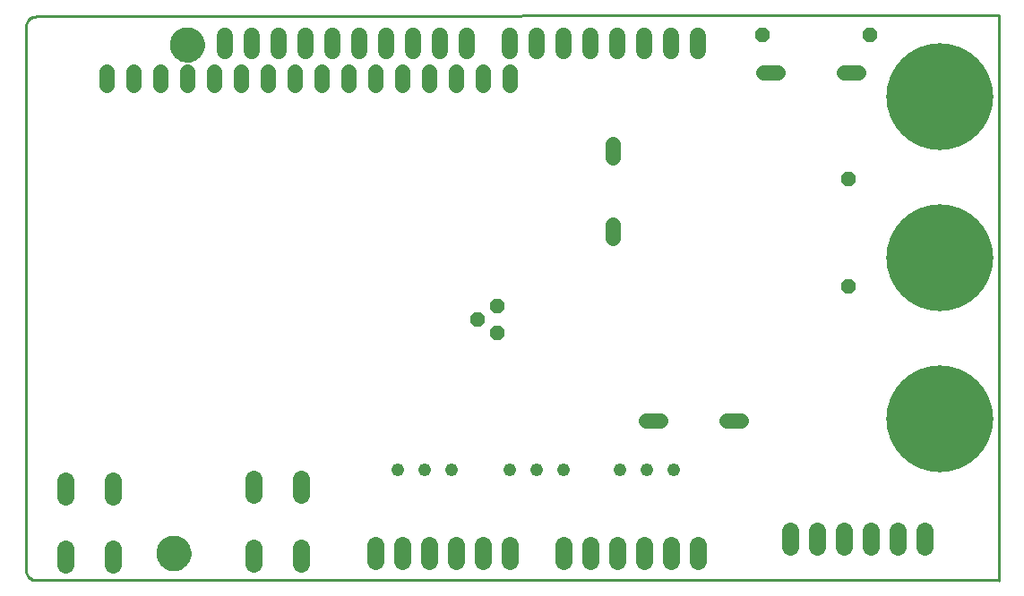
<source format=gbs>
G75*
%MOIN*%
%OFA0B0*%
%FSLAX24Y24*%
%IPPOS*%
%LPD*%
%AMOC8*
5,1,8,0,0,1.08239X$1,22.5*
%
%ADD10C,0.0100*%
%ADD11C,0.0000*%
%ADD12C,0.1300*%
%ADD13C,0.0600*%
%ADD14C,0.0640*%
%ADD15C,0.3977*%
%ADD16OC8,0.0560*%
%ADD17C,0.0560*%
%ADD18C,0.0555*%
%ADD19C,0.0480*%
D10*
X001574Y001180D02*
X037386Y001180D01*
X037380Y001174D02*
X037380Y022230D01*
X001574Y022180D01*
X001535Y022178D01*
X001497Y022172D01*
X001460Y022163D01*
X001423Y022150D01*
X001388Y022133D01*
X001355Y022114D01*
X001324Y022091D01*
X001295Y022065D01*
X001269Y022036D01*
X001246Y022005D01*
X001227Y021972D01*
X001210Y021937D01*
X001197Y021900D01*
X001188Y021863D01*
X001182Y021825D01*
X001180Y021786D01*
X001180Y001574D01*
X001182Y001535D01*
X001188Y001497D01*
X001197Y001460D01*
X001210Y001423D01*
X001227Y001388D01*
X001246Y001355D01*
X001269Y001324D01*
X001295Y001295D01*
X001324Y001269D01*
X001355Y001246D01*
X001388Y001227D01*
X001423Y001210D01*
X001460Y001197D01*
X001497Y001188D01*
X001535Y001182D01*
X001574Y001180D01*
D11*
X006050Y002180D02*
X006052Y002230D01*
X006058Y002280D01*
X006068Y002329D01*
X006082Y002377D01*
X006099Y002424D01*
X006120Y002469D01*
X006145Y002513D01*
X006173Y002554D01*
X006205Y002593D01*
X006239Y002630D01*
X006276Y002664D01*
X006316Y002694D01*
X006358Y002721D01*
X006402Y002745D01*
X006448Y002766D01*
X006495Y002782D01*
X006543Y002795D01*
X006593Y002804D01*
X006642Y002809D01*
X006693Y002810D01*
X006743Y002807D01*
X006792Y002800D01*
X006841Y002789D01*
X006889Y002774D01*
X006935Y002756D01*
X006980Y002734D01*
X007023Y002708D01*
X007064Y002679D01*
X007103Y002647D01*
X007139Y002612D01*
X007171Y002574D01*
X007201Y002534D01*
X007228Y002491D01*
X007251Y002447D01*
X007270Y002401D01*
X007286Y002353D01*
X007298Y002304D01*
X007306Y002255D01*
X007310Y002205D01*
X007310Y002155D01*
X007306Y002105D01*
X007298Y002056D01*
X007286Y002007D01*
X007270Y001959D01*
X007251Y001913D01*
X007228Y001869D01*
X007201Y001826D01*
X007171Y001786D01*
X007139Y001748D01*
X007103Y001713D01*
X007064Y001681D01*
X007023Y001652D01*
X006980Y001626D01*
X006935Y001604D01*
X006889Y001586D01*
X006841Y001571D01*
X006792Y001560D01*
X006743Y001553D01*
X006693Y001550D01*
X006642Y001551D01*
X006593Y001556D01*
X006543Y001565D01*
X006495Y001578D01*
X006448Y001594D01*
X006402Y001615D01*
X006358Y001639D01*
X006316Y001666D01*
X006276Y001696D01*
X006239Y001730D01*
X006205Y001767D01*
X006173Y001806D01*
X006145Y001847D01*
X006120Y001891D01*
X006099Y001936D01*
X006082Y001983D01*
X006068Y002031D01*
X006058Y002080D01*
X006052Y002130D01*
X006050Y002180D01*
X006550Y021130D02*
X006552Y021180D01*
X006558Y021230D01*
X006568Y021279D01*
X006582Y021327D01*
X006599Y021374D01*
X006620Y021419D01*
X006645Y021463D01*
X006673Y021504D01*
X006705Y021543D01*
X006739Y021580D01*
X006776Y021614D01*
X006816Y021644D01*
X006858Y021671D01*
X006902Y021695D01*
X006948Y021716D01*
X006995Y021732D01*
X007043Y021745D01*
X007093Y021754D01*
X007142Y021759D01*
X007193Y021760D01*
X007243Y021757D01*
X007292Y021750D01*
X007341Y021739D01*
X007389Y021724D01*
X007435Y021706D01*
X007480Y021684D01*
X007523Y021658D01*
X007564Y021629D01*
X007603Y021597D01*
X007639Y021562D01*
X007671Y021524D01*
X007701Y021484D01*
X007728Y021441D01*
X007751Y021397D01*
X007770Y021351D01*
X007786Y021303D01*
X007798Y021254D01*
X007806Y021205D01*
X007810Y021155D01*
X007810Y021105D01*
X007806Y021055D01*
X007798Y021006D01*
X007786Y020957D01*
X007770Y020909D01*
X007751Y020863D01*
X007728Y020819D01*
X007701Y020776D01*
X007671Y020736D01*
X007639Y020698D01*
X007603Y020663D01*
X007564Y020631D01*
X007523Y020602D01*
X007480Y020576D01*
X007435Y020554D01*
X007389Y020536D01*
X007341Y020521D01*
X007292Y020510D01*
X007243Y020503D01*
X007193Y020500D01*
X007142Y020501D01*
X007093Y020506D01*
X007043Y020515D01*
X006995Y020528D01*
X006948Y020544D01*
X006902Y020565D01*
X006858Y020589D01*
X006816Y020616D01*
X006776Y020646D01*
X006739Y020680D01*
X006705Y020717D01*
X006673Y020756D01*
X006645Y020797D01*
X006620Y020841D01*
X006599Y020886D01*
X006582Y020933D01*
X006568Y020981D01*
X006558Y021030D01*
X006552Y021080D01*
X006550Y021130D01*
D12*
X007180Y021130D03*
X006680Y002180D03*
D13*
X008580Y020900D02*
X008580Y021460D01*
X009580Y021460D02*
X009580Y020900D01*
X010580Y020900D02*
X010580Y021460D01*
X011580Y021460D02*
X011580Y020900D01*
X012580Y020900D02*
X012580Y021460D01*
X013580Y021460D02*
X013580Y020900D01*
X014580Y020900D02*
X014580Y021460D01*
X015580Y021460D02*
X015580Y020900D01*
X016580Y020900D02*
X016580Y021460D01*
X017580Y021460D02*
X017580Y020900D01*
X019180Y020900D02*
X019180Y021460D01*
X020180Y021460D02*
X020180Y020900D01*
X021180Y020900D02*
X021180Y021460D01*
X022180Y021460D02*
X022180Y020900D01*
X023180Y020900D02*
X023180Y021460D01*
X024180Y021460D02*
X024180Y020900D01*
X025180Y020900D02*
X025180Y021460D01*
X026180Y021460D02*
X026180Y020900D01*
D14*
X011420Y004956D02*
X011420Y004356D01*
X009640Y004356D02*
X009640Y004956D01*
X009640Y002396D02*
X009640Y001796D01*
X011420Y001796D02*
X011420Y002396D01*
X014180Y002480D02*
X014180Y001880D01*
X015180Y001880D02*
X015180Y002480D01*
X016180Y002480D02*
X016180Y001880D01*
X017180Y001880D02*
X017180Y002480D01*
X018180Y002480D02*
X018180Y001880D01*
X019180Y001880D02*
X019180Y002480D01*
X021180Y002480D02*
X021180Y001880D01*
X022180Y001880D02*
X022180Y002480D01*
X023180Y002480D02*
X023180Y001880D01*
X024180Y001880D02*
X024180Y002480D01*
X025180Y002480D02*
X025180Y001880D01*
X026180Y001880D02*
X026180Y002480D01*
X029630Y002430D02*
X029630Y003030D01*
X030630Y003030D02*
X030630Y002430D01*
X031630Y002430D02*
X031630Y003030D01*
X032630Y003030D02*
X032630Y002430D01*
X033630Y002430D02*
X033630Y003030D01*
X034630Y003030D02*
X034630Y002430D01*
X004432Y002346D02*
X004432Y001746D01*
X002652Y001746D02*
X002652Y002346D01*
X002652Y004306D02*
X002652Y004906D01*
X004432Y004906D02*
X004432Y004306D01*
D15*
X035180Y007180D03*
X035180Y013180D03*
X035180Y019180D03*
D16*
X032580Y021480D03*
X028580Y021480D03*
X031780Y016130D03*
X031780Y012130D03*
X018730Y011380D03*
X017980Y010880D03*
X018730Y010380D03*
D17*
X024270Y007130D02*
X024790Y007130D01*
X027270Y007130D02*
X027790Y007130D01*
X023030Y013920D02*
X023030Y014440D01*
X023030Y016920D02*
X023030Y017440D01*
X028620Y020080D02*
X029140Y020080D01*
X031620Y020080D02*
X032140Y020080D01*
D18*
X019180Y020137D02*
X019180Y019623D01*
X018180Y019623D02*
X018180Y020137D01*
X017180Y020137D02*
X017180Y019623D01*
X016180Y019623D02*
X016180Y020137D01*
X015180Y020137D02*
X015180Y019623D01*
X014180Y019623D02*
X014180Y020137D01*
X013180Y020137D02*
X013180Y019623D01*
X012180Y019623D02*
X012180Y020137D01*
X011180Y020137D02*
X011180Y019623D01*
X010180Y019623D02*
X010180Y020137D01*
X009180Y020137D02*
X009180Y019623D01*
X008180Y019623D02*
X008180Y020137D01*
X007180Y020137D02*
X007180Y019623D01*
X006180Y019623D02*
X006180Y020137D01*
X005180Y020137D02*
X005180Y019623D01*
X004180Y019623D02*
X004180Y020137D01*
D19*
X015030Y005282D03*
X016030Y005282D03*
X017030Y005282D03*
X019180Y005282D03*
X020180Y005282D03*
X021180Y005282D03*
X023280Y005282D03*
X024280Y005282D03*
X025280Y005282D03*
M02*

</source>
